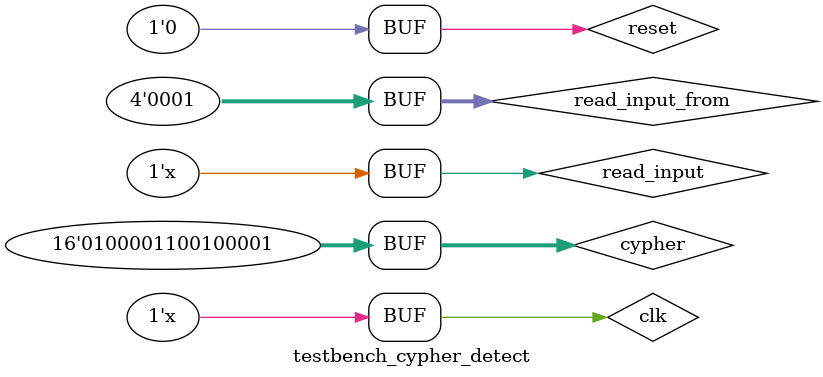
<source format=v>
module testbench_cypher_detect();
	// inputs
	reg [15:0] cypher;
	reg [3:0] read_input_from;
	reg read_input = 1'b0; /* similar to clock */
	reg reset; 
	reg clk = 1'b0;
	
	//outputs
	wire collected_signal;
	wire [7:0] result;
	
	cypher_detect detector(cypher, read_input_from, read_input, reset, clk, collected_signal, result);

	always begin 
		#2; 
		read_input = ~read_input;
	end
	
	always begin 
		#2; 
		clk = ~clk;
	end

	initial begin
		reset = 1'b1;
		cypher = 16'b0100001100100001;

		#6	
		reset = 1'b0;
		read_input_from = 4'b0001;
		
		#6
		read_input_from = 4'b0010; //2
		
		#6	
		read_input_from = 4'b0011; //3
		
		#6	
		read_input_from = 4'b0100; //4
		
		#6	
		read_input_from = 4'b0101; //5
		
		#6
		read_input_from = 4'b0110; //6
		
		#6
		read_input_from = 4'b0111; //7
		
		#6
		read_input_from = 4'b1000; //8
		
		#6	
		read_input_from = 4'b0001; // 1
		
		
		#6
		reset = 1'b0;
	end

initial begin
	$monitor("ReadInput: %1b, Cypher: %16b\nRead input from: %4b\nResult: \n%32b\n", read_input, cypher, read_input_from, result);
end

endmodule
</source>
